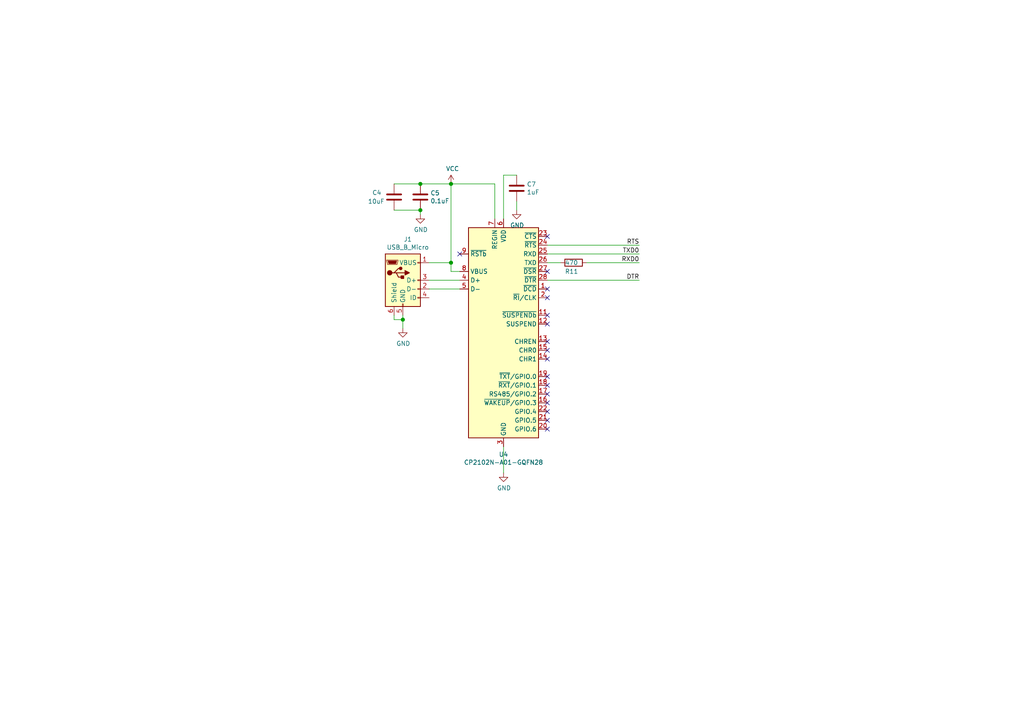
<source format=kicad_sch>
(kicad_sch (version 20210621) (generator eeschema)
  (paper "A4")
  (lib_symbols
    (symbol "Device:C" (pin_numbers hide) (pin_names (offset 0.254))
      (property "Reference" "C" (at 0.635 2.54 0))
      (property "Value" "C" (at 0.635 -2.54 0))
      (symbol "C_0_1"
        (polyline (pts (xy -2.032 -0.762) (xy 2.032 -0.762)) (stroke (width 0.508)))
        (polyline (pts (xy -2.032 0.762) (xy 2.032 0.762)) (stroke (width 0.508)))
      )
      (symbol "C_1_1"
        (pin passive line (at 0 3.81 270) (length 2.794) (name "~") (number "1"))
        (pin passive line (at 0 -3.81 90) (length 2.794) (name "~") (number "2"))
      )
    )
    (symbol "Device:R" (pin_numbers hide) (pin_names (offset 0))
      (property "Reference" "R" (at 2.032 0 90))
      (property "Value" "R" (at 0 0 90))
      (symbol "R_0_1"
        (rectangle (start -1.016 -2.54) (end 1.016 2.54) (stroke (width 0.254)))
      )
      (symbol "R_1_1"
        (pin passive line (at 0 3.81 270) (length 1.27) (name "~") (number "1"))
        (pin passive line (at 0 -3.81 90) (length 1.27) (name "~") (number "2"))
      )
    )
    (symbol "Interface_USB:CP2102N-A01-GQFN28"
      (property "Reference" "U" (at -7.62 31.75 0))
      (property "Value" "CP2102N-A01-GQFN28" (at 26.67 31.75 0))
      (symbol "CP2102N-A01-GQFN28_0_1"
        (rectangle (start -10.16 30.48) (end 10.16 -30.48) (stroke (width 0.254)) (fill (type background)))
      )
      (symbol "CP2102N-A01-GQFN28_1_1"
        (pin input line (at 12.7 12.7 180) (length 2.54) (name "~{DCD}") (number "1"))
        (pin no_connect line (at -10.16 -10.16 0) (length 2.54) hide (name "NC") (number "10"))
        (pin output line (at 12.7 5.08 180) (length 2.54) (name "~{SUSPENDb}") (number "11"))
        (pin output line (at 12.7 2.54 180) (length 2.54) (name "SUSPEND") (number "12"))
        (pin output line (at 12.7 -2.54 180) (length 2.54) (name "CHREN") (number "13"))
        (pin output line (at 12.7 -7.62 180) (length 2.54) (name "CHR1") (number "14"))
        (pin output line (at 12.7 -5.08 180) (length 2.54) (name "CHR0") (number "15"))
        (pin bidirectional line (at 12.7 -20.32 180) (length 2.54) (name "~{WAKEUP}/GPIO.3") (number "16"))
        (pin bidirectional line (at 12.7 -17.78 180) (length 2.54) (name "RS485/GPIO.2") (number "17"))
        (pin bidirectional line (at 12.7 -15.24 180) (length 2.54) (name "~{RXT}/GPIO.1") (number "18"))
        (pin bidirectional line (at 12.7 -12.7 180) (length 2.54) (name "~{TXT}/GPIO.0") (number "19"))
        (pin bidirectional line (at 12.7 10.16 180) (length 2.54) (name "~{RI}/CLK") (number "2"))
        (pin bidirectional line (at 12.7 -27.94 180) (length 2.54) (name "GPIO.6") (number "20"))
        (pin bidirectional line (at 12.7 -25.4 180) (length 2.54) (name "GPIO.5") (number "21"))
        (pin bidirectional line (at 12.7 -22.86 180) (length 2.54) (name "GPIO.4") (number "22"))
        (pin input line (at 12.7 27.94 180) (length 2.54) (name "~{CTS}") (number "23"))
        (pin output line (at 12.7 25.4 180) (length 2.54) (name "~{RTS}") (number "24"))
        (pin input line (at 12.7 22.86 180) (length 2.54) (name "RXD") (number "25"))
        (pin output line (at 12.7 20.32 180) (length 2.54) (name "TXD") (number "26"))
        (pin input line (at 12.7 17.78 180) (length 2.54) (name "~{DSR}") (number "27"))
        (pin output line (at 12.7 15.24 180) (length 2.54) (name "~{DTR}") (number "28"))
        (pin passive line (at 0 -33.02 90) (length 2.54) hide (name "GND") (number "29"))
        (pin power_in line (at 0 -33.02 90) (length 2.54) (name "GND") (number "3"))
        (pin bidirectional line (at -12.7 15.24 0) (length 2.54) (name "D+") (number "4"))
        (pin bidirectional line (at -12.7 12.7 0) (length 2.54) (name "D-") (number "5"))
        (pin passive line (at 0 33.02 270) (length 2.54) (name "VDD") (number "6"))
        (pin power_in line (at -2.54 33.02 270) (length 2.54) (name "REGIN") (number "7"))
        (pin input line (at -12.7 17.78 0) (length 2.54) (name "VBUS") (number "8"))
        (pin input line (at -12.7 22.86 0) (length 2.54) (name "~{RSTb}") (number "9"))
      )
    )
    (symbol "Pr27-rescue:USB_B_Micro-Connector" (pin_names (offset 1.016))
      (property "Reference" "J" (at -5.08 11.43 0))
      (property "Value" "USB_B_Micro-Connector" (at -5.08 8.89 0))
      (symbol "USB_B_Micro-Connector_0_1"
        (circle (center -3.81 2.159) (radius 0.635) (stroke (width 0.254)) (fill (type outline)))
        (circle (center -0.635 3.429) (radius 0.381) (stroke (width 0.254)) (fill (type outline)))
        (rectangle (start -0.127 -7.62) (end 0.127 -6.858))
        (rectangle (start 5.08 -5.207) (end 4.318 -4.953))
        (rectangle (start 5.08 -2.667) (end 4.318 -2.413))
        (rectangle (start 5.08 -0.127) (end 4.318 0.127))
        (rectangle (start 5.08 4.953) (end 4.318 5.207))
        (rectangle (start 0.254 1.27) (end -0.508 0.508) (stroke (width 0.254)) (fill (type outline)))
        (rectangle (start -5.08 -7.62) (end 5.08 7.62) (stroke (width 0.254)) (fill (type background)))
        (polyline (pts (xy -1.905 2.159) (xy 0.635 2.159)) (stroke (width 0.254)))
        (polyline (pts (xy -3.175 2.159) (xy -2.54 2.159) (xy -1.27 3.429) (xy -0.635 3.429)) (stroke (width 0.254)))
        (polyline (pts (xy -2.54 2.159) (xy -1.905 2.159) (xy -1.27 0.889) (xy 0 0.889)) (stroke (width 0.254)))
        (polyline (pts (xy -4.699 5.842) (xy -4.699 5.588) (xy -4.445 4.826) (xy -4.445 4.572) (xy -1.651 4.572) (xy -1.651 4.826) (xy -1.397 5.588) (xy -1.397 5.842) (xy -4.699 5.842)))
        (polyline (pts (xy 0.635 2.794) (xy 0.635 1.524) (xy 1.905 2.159) (xy 0.635 2.794)) (stroke (width 0.254)) (fill (type outline)))
        (polyline (pts (xy -4.318 5.588) (xy -1.778 5.588) (xy -2.032 4.826) (xy -4.064 4.826) (xy -4.318 5.588)) (fill (type outline)))
      )
      (symbol "USB_B_Micro-Connector_1_1"
        (pin power_out line (at 7.62 5.08 180) (length 2.54) (name "VBUS") (number "1"))
        (pin passive line (at 7.62 -2.54 180) (length 2.54) (name "D-") (number "2"))
        (pin passive line (at 7.62 0 180) (length 2.54) (name "D+") (number "3"))
        (pin passive line (at 7.62 -5.08 180) (length 2.54) (name "ID") (number "4"))
        (pin power_out line (at 0 -10.16 90) (length 2.54) (name "GND") (number "5"))
        (pin passive line (at -2.54 -10.16 90) (length 2.54) (name "Shield") (number "6"))
      )
    )
    (symbol "power:GND" (power) (pin_names (offset 0))
      (property "Value" "GND" (at 0 -3.81 0))
      (symbol "GND_0_1"
        (polyline (pts (xy 0 0) (xy 0 -1.27) (xy 1.27 -1.27) (xy 0 -2.54) (xy -1.27 -1.27) (xy 0 -1.27)))
      )
      (symbol "GND_1_1"
        (pin power_in line (at 0 0 270) (length 0) hide (name "GND") (number "1"))
      )
    )
    (symbol "power:VCC" (power) (pin_names (offset 0))
      (property "Value" "VCC" (at 0 3.81 0))
      (symbol "VCC_0_1"
        (polyline (pts (xy -0.762 1.27) (xy 0 2.54)))
        (polyline (pts (xy 0 0) (xy 0 2.54)))
        (polyline (pts (xy 0 2.54) (xy 0.762 1.27)))
      )
      (symbol "VCC_1_1"
        (pin power_in line (at 0 0 90) (length 0) hide (name "VCC") (number "1"))
      )
    )
  )
  (junction (at 116.84 92.71) (diameter 1.016))
  (junction (at 121.92 53.34) (diameter 1.016))
  (junction (at 121.92 60.96) (diameter 1.016))
  (junction (at 130.81 53.34) (diameter 1.016))
  (junction (at 130.81 76.2) (diameter 1.016))
  (no_connect (at 133.35 73.66))
  (no_connect (at 158.75 68.58))
  (no_connect (at 158.75 78.74))
  (no_connect (at 158.75 83.82))
  (no_connect (at 158.75 86.36))
  (no_connect (at 158.75 91.44))
  (no_connect (at 158.75 93.98))
  (no_connect (at 158.75 99.06))
  (no_connect (at 158.75 101.6))
  (no_connect (at 158.75 104.14))
  (no_connect (at 158.75 109.22))
  (no_connect (at 158.75 111.76))
  (no_connect (at 158.75 114.3))
  (no_connect (at 158.75 116.84))
  (no_connect (at 158.75 119.38))
  (no_connect (at 158.75 121.92))
  (no_connect (at 158.75 124.46))
  (wire (pts (xy 114.3 53.34) (xy 121.92 53.34)))
  (wire (pts (xy 114.3 60.96) (xy 121.92 60.96)))
  (wire (pts (xy 114.3 91.44) (xy 114.3 92.71)))
  (wire (pts (xy 114.3 92.71) (xy 116.84 92.71)))
  (wire (pts (xy 116.84 91.44) (xy 116.84 92.71)))
  (wire (pts (xy 116.84 92.71) (xy 116.84 95.25)))
  (wire (pts (xy 121.92 53.34) (xy 130.81 53.34)))
  (wire (pts (xy 121.92 60.96) (xy 121.92 62.23)))
  (wire (pts (xy 124.46 76.2) (xy 130.81 76.2)))
  (wire (pts (xy 130.81 53.34) (xy 143.51 53.34)))
  (wire (pts (xy 130.81 76.2) (xy 130.81 53.34)))
  (wire (pts (xy 130.81 78.74) (xy 130.81 76.2)))
  (wire (pts (xy 130.81 78.74) (xy 133.35 78.74)))
  (wire (pts (xy 133.35 81.28) (xy 124.46 81.28)))
  (wire (pts (xy 133.35 83.82) (xy 124.46 83.82)))
  (wire (pts (xy 143.51 53.34) (xy 143.51 63.5)))
  (wire (pts (xy 146.05 50.8) (xy 149.86 50.8)))
  (wire (pts (xy 146.05 63.5) (xy 146.05 50.8)))
  (wire (pts (xy 146.05 137.16) (xy 146.05 129.54)))
  (wire (pts (xy 149.86 58.42) (xy 149.86 60.96)))
  (wire (pts (xy 158.75 71.12) (xy 185.42 71.12)))
  (wire (pts (xy 158.75 73.66) (xy 185.42 73.66)))
  (wire (pts (xy 158.75 76.2) (xy 162.56 76.2)))
  (wire (pts (xy 158.75 81.28) (xy 185.42 81.28)))
  (wire (pts (xy 170.18 76.2) (xy 185.42 76.2)))
  (label "RTS" (at 185.42 71.12 180))
  (label "TXD0" (at 185.42 73.66 180))
  (label "RXD0" (at 185.42 76.2 180))
  (label "DTR" (at 185.42 81.28 180))
  (symbol (lib_id "power:VCC") (at 130.81 53.34 0) (unit 1)
    (property "Reference" "#PWR0120" (effects hide))
    (property "Value" "VCC" (at 131.2418 48.9458 0))
  )
  (symbol (lib_id "power:GND") (at 116.84 95.25 0) (unit 1)
    (property "Reference" "#PWR0115" (effects hide))
    (property "Value" "GND" (at 116.967 99.6442 0))
  )
  (symbol (lib_id "power:GND") (at 121.92 62.23 0) (unit 1)
    (property "Reference" "#PWR0114" (effects hide))
    (property "Value" "GND" (at 122.047 66.6242 0))
  )
  (symbol (lib_id "power:GND") (at 146.05 137.16 0) (unit 1)
    (property "Reference" "#PWR0113" (effects hide))
    (property "Value" "GND" (at 146.177 141.5542 0))
  )
  (symbol (lib_id "power:GND") (at 149.86 60.96 0) (unit 1)
    (property "Reference" "#PWR0112" (effects hide))
    (property "Value" "GND" (at 149.987 65.3542 0))
  )
  (symbol (lib_id "Device:R") (at 166.37 76.2 90) (unit 1)
    (property "Reference" "R11" (at 163.83 78.74 90) (effects (justify right)))
    (property "Value" "470" (at 163.83 76.2 90) (effects (justify right)))
    (property "Footprint" "Resistor_SMD:R_0805_2012Metric" (effects hide))
  )
  (symbol (lib_id "Device:C") (at 114.3 57.15 0) (unit 1)
    (property "Reference" "C4" (at 107.95 55.88 0) (effects (justify left)))
    (property "Value" "10uF" (at 106.68 58.42 0) (effects (justify left)))
    (property "Footprint" "Capacitor_SMD:C_0805_2012Metric" (effects hide))
  )
  (symbol (lib_id "Device:C") (at 121.92 57.15 0) (unit 1)
    (property "Reference" "C5" (at 124.841 55.9816 0) (effects (justify left)))
    (property "Value" "0.1uF" (at 124.841 58.293 0) (effects (justify left)))
    (property "Footprint" "Capacitor_SMD:C_0805_2012Metric" (effects hide))
  )
  (symbol (lib_id "Device:C") (at 149.86 54.61 0) (unit 1)
    (property "Reference" "C7" (at 152.781 53.4416 0) (effects (justify left)))
    (property "Value" "1uF" (at 152.781 55.753 0) (effects (justify left)))
    (property "Footprint" "Capacitor_SMD:C_0805_2012Metric" (effects hide))
  )
  (symbol (lib_id "Pr27-rescue:USB_B_Micro-Connector") (at 116.84 81.28 0) (unit 1)
    (property "Reference" "J1" (at 118.2878 69.4182 0))
    (property "Value" "USB_B_Micro" (at 118.2878 71.7296 0))
    (property "Footprint" "Connector_USB:USB_Micro-B_Molex_47346-0001" (effects hide))
  )
  (symbol (lib_id "Interface_USB:CP2102N-A01-GQFN28") (at 146.05 96.52 0) (unit 1)
    (property "Reference" "U4" (at 146.05 131.8006 0))
    (property "Value" "CP2102N-A01-GQFN28" (at 146.05 134.112 0))
    (property "Footprint" "Package_DFN_QFN:QFN-28-1EP_5x5mm_P0.5mm_EP3.35x3.35mm" (effects hide))
    (property "Datasheet" "https://www.silabs.com/documents/public/data-sheets/cp2102n-datasheet.pdf" (effects hide))
  )
)
</source>
